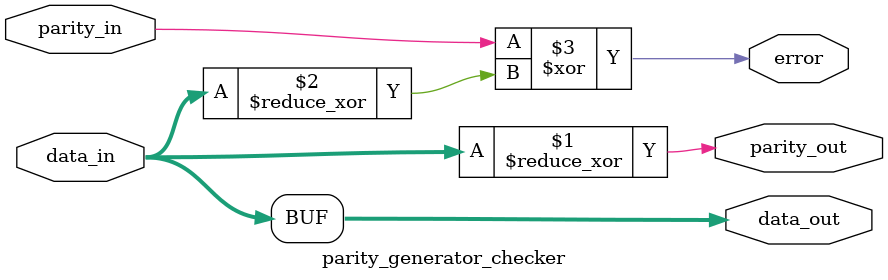
<source format=v>
module parity_generator_checker (
    input [7:0] data_in,
    input parity_in,
    output [7:0] data_out,
    output parity_out,
    output error
);

// Parity Generator
assign parity_out = ^data_in;

// Parity Checker
assign error = (parity_in ^ ^data_out);

// Output
assign data_out = data_in;
    
endmodule

</source>
